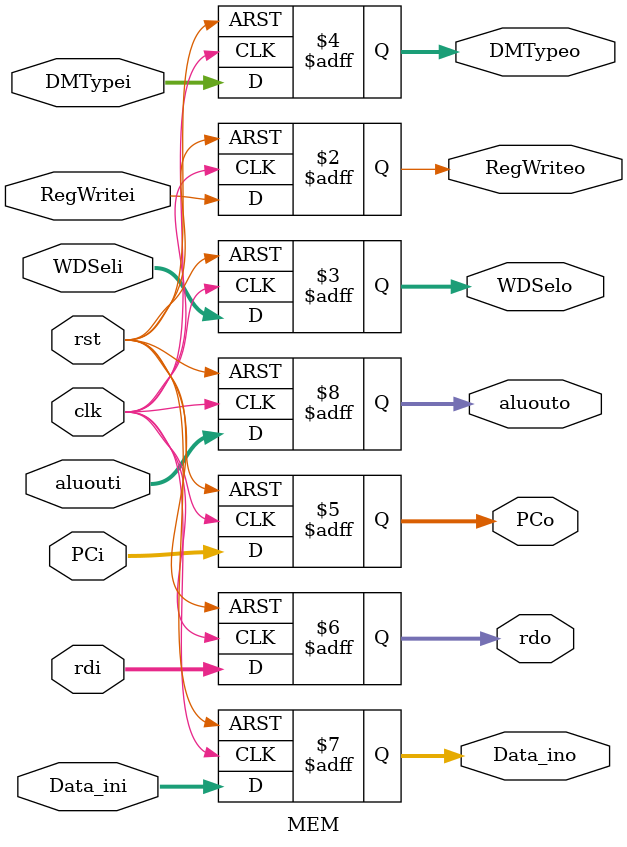
<source format=v>
module MEM(  
          //MEM/WB Á÷Ë®Ïß¼Ä´æÆ÷
            input         clk, 
            input         rst,
        //i for In,o for Out
        input RegWritei, 
        input [1:0] WDSeli, 
        input [2:0] DMTypei,
        output reg RegWriteo, 
        output reg [1:0] WDSelo,
        output reg [2:0] DMTypeo,
        input [31:0] PCi,
        output reg [31:0] PCo,
        input [4:0] rdi,
        output reg [4:0] rdo,
        input [31:0] Data_ini,
        output reg [31:0] Data_ino,
        input [31:0] aluouti,
        output reg [31:0]aluouto
);


always @(posedge clk, posedge rst)
    if (rst) begin   
        PCo <= 32'b0;
        rdo <= 5'b0;
        RegWriteo <= 1'b0;
        WDSelo <= 2'b0; 
        Data_ino <= 32'b0;
        aluouto <= 32'b0;
        DMTypeo <= 3'b0;
    end
    else begin
        PCo <= PCi;
        rdo <= rdi;
        RegWriteo <= RegWritei;
        WDSelo <= WDSeli; 
        Data_ino <= Data_ini;
        aluouto <= aluouti;
        DMTypeo <= DMTypei;
    end
endmodule

</source>
